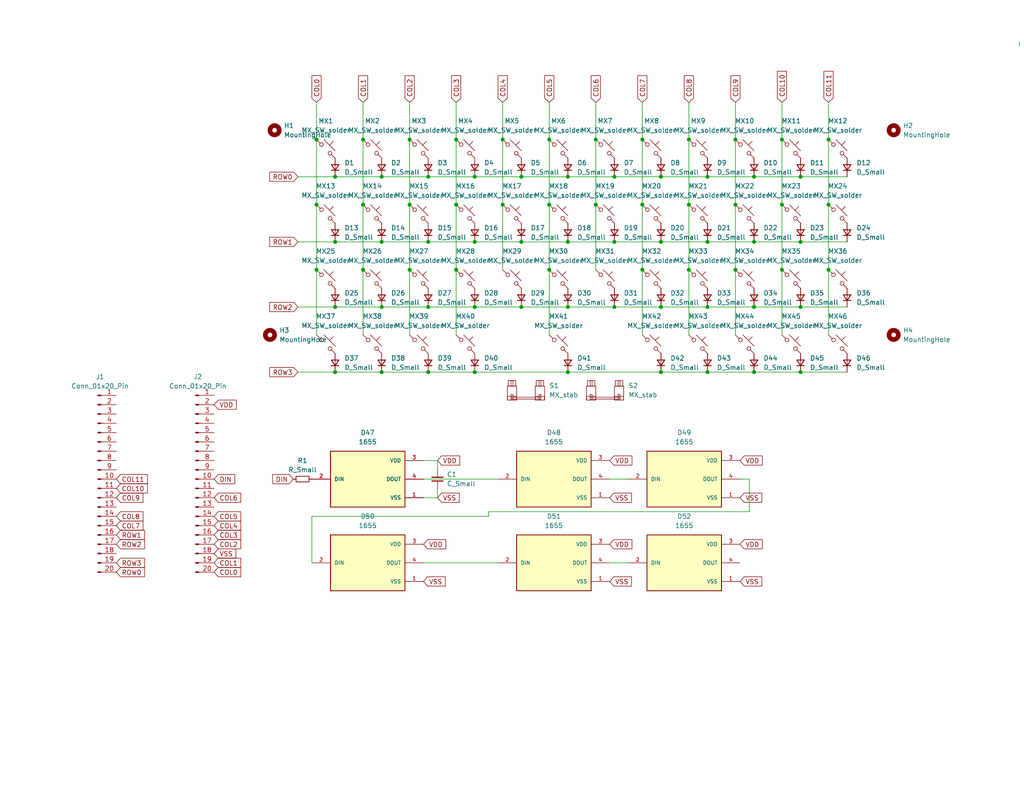
<source format=kicad_sch>
(kicad_sch (version 20230121) (generator eeschema)
  (paper "USLetter")
  (title_block (title "Haunted Keyboard") (date "10/19/2023") (rev "v1") (company "Jack And Steph's Workshop"))
  (junction (at 162.56 55.88))
  (junction (at 205.74 66.04))
  (junction (at 86.36 38.1))
  (junction (at 99.06 38.1))
  (junction (at 180.34 101.6))
  (junction (at 116.84 101.6))
  (junction (at 193.04 48.26))
  (junction (at 180.34 83.82))
  (junction (at 218.44 83.82))
  (junction (at 116.84 48.26))
  (junction (at 175.26 38.1))
  (junction (at 193.04 83.82))
  (junction (at 200.66 38.1))
  (junction (at 180.34 48.26))
  (junction (at 205.74 48.26))
  (junction (at 149.86 73.66))
  (junction (at 91.44 83.82))
  (junction (at 205.74 83.82))
  (junction (at 200.66 55.88))
  (junction (at 226.06 73.66))
  (junction (at 99.06 73.66))
  (junction (at 193.04 66.04))
  (junction (at 116.84 66.04))
  (junction (at 175.26 55.88))
  (junction (at 205.74 101.6))
  (junction (at 218.44 101.6))
  (junction (at 129.54 66.04))
  (junction (at 124.46 55.88))
  (junction (at 213.36 73.66))
  (junction (at 226.06 55.88))
  (junction (at 187.96 73.66))
  (junction (at 218.44 48.26))
  (junction (at 142.24 48.26))
  (junction (at 213.36 55.88))
  (junction (at 91.44 66.04))
  (junction (at 111.76 55.88))
  (junction (at 167.64 66.04))
  (junction (at 200.66 73.66))
  (junction (at 111.76 73.66))
  (junction (at 187.96 38.1))
  (junction (at 129.54 48.26))
  (junction (at 149.86 55.88))
  (junction (at 91.44 48.26))
  (junction (at 162.56 38.1))
  (junction (at 111.76 38.1))
  (junction (at 226.06 38.1))
  (junction (at 154.94 66.04))
  (junction (at 86.36 73.66))
  (junction (at 104.14 101.6))
  (junction (at 149.86 38.1))
  (junction (at 104.14 48.26))
  (junction (at 129.54 101.6))
  (junction (at 154.94 48.26))
  (junction (at 104.14 66.04))
  (junction (at 187.96 55.88))
  (junction (at 91.44 101.6))
  (junction (at 218.44 66.04))
  (junction (at 99.06 55.88))
  (junction (at 154.94 83.82))
  (junction (at 129.54 83.82))
  (junction (at 137.16 38.1))
  (junction (at 154.94 101.6))
  (junction (at 142.24 83.82))
  (junction (at 116.84 83.82))
  (junction (at 193.04 101.6))
  (junction (at 167.64 83.82))
  (junction (at 137.16 55.88))
  (junction (at 167.64 48.26))
  (junction (at 180.34 66.04))
  (junction (at 104.14 83.82))
  (junction (at 124.46 73.66))
  (junction (at 142.24 66.04))
  (junction (at 213.36 38.1))
  (junction (at 124.46 38.1))
  (junction (at 175.26 73.66))
  (junction (at 86.36 55.88))
  (wire (pts (xy 115.57 135.89) (xy 119.38 135.89)))
  (wire (pts (xy 116.84 66.04) (xy 129.54 66.04)))
  (wire (pts (xy 104.14 66.04) (xy 116.84 66.04)))
  (wire (pts (xy 218.44 48.26) (xy 231.14 48.26)))
  (wire (pts (xy 99.06 27.94) (xy 99.06 38.1)))
  (wire (pts (xy 201.93 130.81) (xy 204.47 130.81)))
  (wire (pts (xy 226.06 73.66) (xy 226.06 91.44)))
  (wire (pts (xy 111.76 73.66) (xy 111.76 91.44)))
  (wire (pts (xy 124.46 27.94) (xy 124.46 38.1)))
  (wire (pts (xy 180.34 66.04) (xy 193.04 66.04)))
  (wire (pts (xy 81.28 83.82) (xy 91.44 83.82)))
  (wire (pts (xy 111.76 27.94) (xy 111.76 38.1)))
  (wire (pts (xy 119.38 133.35) (xy 119.38 135.89)))
  (wire (pts (xy 218.44 101.6) (xy 231.14 101.6)))
  (wire (pts (xy 115.57 153.67) (xy 135.89 153.67)))
  (wire (pts (xy 86.36 27.94) (xy 86.36 38.1)))
  (wire (pts (xy 116.84 101.6) (xy 129.54 101.6)))
  (wire (pts (xy 91.44 83.82) (xy 104.14 83.82)))
  (wire (pts (xy 226.06 55.88) (xy 226.06 73.66)))
  (wire (pts (xy 149.86 38.1) (xy 149.86 55.88)))
  (wire (pts (xy 213.36 38.1) (xy 213.36 55.88)))
  (wire (pts (xy 142.24 66.04) (xy 154.94 66.04)))
  (wire (pts (xy 167.64 48.26) (xy 180.34 48.26)))
  (wire (pts (xy 180.34 101.6) (xy 193.04 101.6)))
  (wire (pts (xy 129.54 101.6) (xy 154.94 101.6)))
  (wire (pts (xy 278.13 11.43) (xy 278.13 12.7)))
  (wire (pts (xy 133.35 140.97) (xy 85.09 140.97)))
  (wire (pts (xy 119.38 125.73) (xy 119.38 128.27)))
  (wire (pts (xy 85.09 140.97) (xy 85.09 153.67)))
  (wire (pts (xy 99.06 73.66) (xy 99.06 91.44)))
  (wire (pts (xy 142.24 48.26) (xy 154.94 48.26)))
  (wire (pts (xy 137.16 27.94) (xy 137.16 38.1)))
  (wire (pts (xy 116.84 48.26) (xy 129.54 48.26)))
  (wire (pts (xy 200.66 73.66) (xy 200.66 91.44)))
  (wire (pts (xy 193.04 83.82) (xy 205.74 83.82)))
  (wire (pts (xy 86.36 55.88) (xy 86.36 73.66)))
  (wire (pts (xy 162.56 27.94) (xy 162.56 38.1)))
  (wire (pts (xy 226.06 27.94) (xy 226.06 38.1)))
  (wire (pts (xy 167.64 66.04) (xy 180.34 66.04)))
  (wire (pts (xy 213.36 27.94) (xy 213.36 38.1)))
  (wire (pts (xy 218.44 83.82) (xy 231.14 83.82)))
  (wire (pts (xy 129.54 48.26) (xy 142.24 48.26)))
  (wire (pts (xy 205.74 66.04) (xy 218.44 66.04)))
  (wire (pts (xy 180.34 48.26) (xy 193.04 48.26)))
  (wire (pts (xy 154.94 48.26) (xy 167.64 48.26)))
  (wire (pts (xy 111.76 55.88) (xy 111.76 73.66)))
  (wire (pts (xy 91.44 101.6) (xy 104.14 101.6)))
  (wire (pts (xy 115.57 130.81) (xy 135.89 130.81)))
  (wire (pts (xy 129.54 83.82) (xy 142.24 83.82)))
  (wire (pts (xy 226.06 38.1) (xy 226.06 55.88)))
  (wire (pts (xy 86.36 73.66) (xy 86.36 91.44)))
  (wire (pts (xy 142.24 83.82) (xy 154.94 83.82)))
  (wire (pts (xy 162.56 38.1) (xy 162.56 55.88)))
  (wire (pts (xy 200.66 55.88) (xy 200.66 73.66)))
  (wire (pts (xy 104.14 101.6) (xy 116.84 101.6)))
  (wire (pts (xy 180.34 83.82) (xy 193.04 83.82)))
  (wire (pts (xy 124.46 73.66) (xy 124.46 91.44)))
  (wire (pts (xy 104.14 83.82) (xy 116.84 83.82)))
  (wire (pts (xy 205.74 101.6) (xy 218.44 101.6)))
  (wire (pts (xy 111.76 38.1) (xy 111.76 55.88)))
  (wire (pts (xy 187.96 73.66) (xy 187.96 91.44)))
  (wire (pts (xy 175.26 55.88) (xy 175.26 73.66)))
  (wire (pts (xy 99.06 55.88) (xy 99.06 73.66)))
  (wire (pts (xy 91.44 66.04) (xy 104.14 66.04)))
  (wire (pts (xy 205.74 48.26) (xy 218.44 48.26)))
  (wire (pts (xy 149.86 55.88) (xy 149.86 73.66)))
  (wire (pts (xy 162.56 55.88) (xy 162.56 73.66)))
  (wire (pts (xy 91.44 48.26) (xy 104.14 48.26)))
  (wire (pts (xy 129.54 66.04) (xy 142.24 66.04)))
  (wire (pts (xy 116.84 83.82) (xy 129.54 83.82)))
  (wire (pts (xy 213.36 73.66) (xy 213.36 91.44)))
  (wire (pts (xy 137.16 38.1) (xy 137.16 55.88)))
  (wire (pts (xy 124.46 55.88) (xy 124.46 73.66)))
  (wire (pts (xy 204.47 139.7) (xy 133.35 139.7)))
  (wire (pts (xy 81.28 48.26) (xy 91.44 48.26)))
  (wire (pts (xy 81.28 66.04) (xy 91.44 66.04)))
  (wire (pts (xy 218.44 66.04) (xy 231.14 66.04)))
  (wire (pts (xy 167.64 83.82) (xy 180.34 83.82)))
  (wire (pts (xy 175.26 73.66) (xy 175.26 91.44)))
  (wire (pts (xy 86.36 38.1) (xy 86.36 55.88)))
  (wire (pts (xy 204.47 130.81) (xy 204.47 139.7)))
  (wire (pts (xy 99.06 38.1) (xy 99.06 55.88)))
  (wire (pts (xy 166.37 130.81) (xy 171.45 130.81)))
  (wire (pts (xy 205.74 83.82) (xy 218.44 83.82)))
  (wire (pts (xy 187.96 27.94) (xy 187.96 38.1)))
  (wire (pts (xy 166.37 153.67) (xy 171.45 153.67)))
  (wire (pts (xy 149.86 27.94) (xy 149.86 38.1)))
  (wire (pts (xy 193.04 101.6) (xy 205.74 101.6)))
  (wire (pts (xy 175.26 27.94) (xy 175.26 38.1)))
  (wire (pts (xy 154.94 66.04) (xy 167.64 66.04)))
  (wire (pts (xy 133.35 139.7) (xy 133.35 140.97)))
  (wire (pts (xy 149.86 73.66) (xy 149.86 91.44)))
  (wire (pts (xy 154.94 83.82) (xy 167.64 83.82)))
  (wire (pts (xy 193.04 66.04) (xy 205.74 66.04)))
  (wire (pts (xy 115.57 125.73) (xy 119.38 125.73)))
  (wire (pts (xy 104.14 48.26) (xy 116.84 48.26)))
  (wire (pts (xy 175.26 38.1) (xy 175.26 55.88)))
  (wire (pts (xy 200.66 38.1) (xy 200.66 55.88)))
  (wire (pts (xy 187.96 55.88) (xy 187.96 73.66)))
  (wire (pts (xy 81.28 101.6) (xy 91.44 101.6)))
  (wire (pts (xy 154.94 101.6) (xy 180.34 101.6)))
  (wire (pts (xy 213.36 55.88) (xy 213.36 73.66)))
  (wire (pts (xy 124.46 38.1) (xy 124.46 55.88)))
  (wire (pts (xy 137.16 55.88) (xy 137.16 73.66)))
  (wire (pts (xy 193.04 48.26) (xy 205.74 48.26)))
  (wire (pts (xy 187.96 38.1) (xy 187.96 55.88)))
  (wire (pts (xy 200.66 27.94) (xy 200.66 38.1)))
  (global_label "COL1" (shape input) (at 58.42 153.67 0) (property "Intersheetrefs" "${INTERSHEET_REFS}" (effects hide)))
  (global_label "COL11" (shape input) (at 31.75 130.81 0) (property "Intersheetrefs" "${INTERSHEET_REFS}" (effects hide)))
  (global_label "COL6" (shape input) (at 162.56 27.94 90) (property "Intersheetrefs" "${INTERSHEET_REFS}" (effects hide)))
  (global_label "COL1" (shape input) (at 99.06 27.94 90) (property "Intersheetrefs" "${INTERSHEET_REFS}" (effects hide)))
  (global_label "COL7" (shape input) (at 31.75 143.51 0) (property "Intersheetrefs" "${INTERSHEET_REFS}" (effects hide)))
  (global_label "ROW1" (shape input) (at 81.28 66.04 180) (property "Intersheetrefs" "${INTERSHEET_REFS}" (effects hide)))
  (global_label "VSS" (shape input) (at 115.57 158.75 0) (property "Intersheetrefs" "${INTERSHEET_REFS}" (effects hide)))
  (global_label "COL4" (shape input) (at 137.16 27.94 90) (property "Intersheetrefs" "${INTERSHEET_REFS}" (effects hide)))
  (global_label "VSS" (shape input) (at 119.38 135.89 0) (property "Intersheetrefs" "${INTERSHEET_REFS}" (effects hide)))
  (global_label "VSS" (shape input) (at 201.93 158.75 0) (property "Intersheetrefs" "${INTERSHEET_REFS}" (effects hide)))
  (global_label "VSS" (shape input) (at 166.37 158.75 0) (property "Intersheetrefs" "${INTERSHEET_REFS}" (effects hide)))
  (global_label "ROW3" (shape input) (at 81.28 101.6 180) (property "Intersheetrefs" "${INTERSHEET_REFS}" (effects hide)))
  (global_label "ROW0" (shape input) (at 81.28 48.26 180) (property "Intersheetrefs" "${INTERSHEET_REFS}" (effects hide)))
  (global_label "COL4" (shape input) (at 58.42 143.51 0) (property "Intersheetrefs" "${INTERSHEET_REFS}" (effects hide)))
  (global_label "DIN" (shape input) (at 58.42 130.81 0) (property "Intersheetrefs" "${INTERSHEET_REFS}" (effects hide)))
  (global_label "COL11" (shape input) (at 226.06 27.94 90) (property "Intersheetrefs" "${INTERSHEET_REFS}" (effects hide)))
  (global_label "COL0" (shape input) (at 58.42 156.21 0) (property "Intersheetrefs" "${INTERSHEET_REFS}" (effects hide)))
  (global_label "VDD" (shape input) (at 201.93 125.73 0) (property "Intersheetrefs" "${INTERSHEET_REFS}" (effects hide)))
  (global_label "COL8" (shape input) (at 31.75 140.97 0) (property "Intersheetrefs" "${INTERSHEET_REFS}" (effects hide)))
  (global_label "COL10" (shape input) (at 213.36 27.94 90) (property "Intersheetrefs" "${INTERSHEET_REFS}" (effects hide)))
  (global_label "VDD" (shape input) (at 201.93 148.59 0) (property "Intersheetrefs" "${INTERSHEET_REFS}" (effects hide)))
  (global_label "COL5" (shape input) (at 58.42 140.97 0) (property "Intersheetrefs" "${INTERSHEET_REFS}" (effects hide)))
  (global_label "VDD" (shape input) (at 166.37 125.73 0) (property "Intersheetrefs" "${INTERSHEET_REFS}" (effects hide)))
  (global_label "COL2" (shape input) (at 58.42 148.59 0) (property "Intersheetrefs" "${INTERSHEET_REFS}" (effects hide)))
  (global_label "COL8" (shape input) (at 187.96 27.94 90) (property "Intersheetrefs" "${INTERSHEET_REFS}" (effects hide)))
  (global_label "ROW3" (shape input) (at 31.75 153.67 0) (property "Intersheetrefs" "${INTERSHEET_REFS}" (effects hide)))
  (global_label "DIN" (shape input) (at 80.01 130.81 180) (property "Intersheetrefs" "${INTERSHEET_REFS}" (effects hide)))
  (global_label "ROW0" (shape input) (at 31.75 156.21 0) (property "Intersheetrefs" "${INTERSHEET_REFS}" (effects hide)))
  (global_label "VDD" (shape input) (at 166.37 148.59 0) (property "Intersheetrefs" "${INTERSHEET_REFS}" (effects hide)))
  (global_label "VSS" (shape input) (at 58.42 151.13 0) (property "Intersheetrefs" "${INTERSHEET_REFS}" (effects hide)))
  (global_label "COL3" (shape input) (at 124.46 27.94 90) (property "Intersheetrefs" "${INTERSHEET_REFS}" (effects hide)))
  (global_label "COL6" (shape input) (at 58.42 135.89 0) (property "Intersheetrefs" "${INTERSHEET_REFS}" (effects hide)))
  (global_label "VSS" (shape input) (at 201.93 135.89 0) (property "Intersheetrefs" "${INTERSHEET_REFS}" (effects hide)))
  (global_label "ROW1" (shape input) (at 31.75 146.05 0) (property "Intersheetrefs" "${INTERSHEET_REFS}" (effects hide)))
  (global_label "ROW2" (shape input) (at 31.75 148.59 0) (property "Intersheetrefs" "${INTERSHEET_REFS}" (effects hide)))
  (global_label "COL5" (shape input) (at 149.86 27.94 90) (property "Intersheetrefs" "${INTERSHEET_REFS}" (effects hide)))
  (global_label "COL3" (shape input) (at 58.42 146.05 0) (property "Intersheetrefs" "${INTERSHEET_REFS}" (effects hide)))
  (global_label "VDD" (shape input) (at 119.38 125.73 0) (property "Intersheetrefs" "${INTERSHEET_REFS}" (effects hide)))
  (global_label "VDD" (shape input) (at 115.57 148.59 0) (property "Intersheetrefs" "${INTERSHEET_REFS}" (effects hide)))
  (global_label "COL9" (shape input) (at 31.75 135.89 0) (property "Intersheetrefs" "${INTERSHEET_REFS}" (effects hide)))
  (global_label "COL2" (shape input) (at 111.76 27.94 90) (property "Intersheetrefs" "${INTERSHEET_REFS}" (effects hide)))
  (global_label "COL10" (shape input) (at 31.75 133.35 0) (property "Intersheetrefs" "${INTERSHEET_REFS}" (effects hide)))
  (global_label "VSS" (shape input) (at 166.37 135.89 0) (property "Intersheetrefs" "${INTERSHEET_REFS}" (effects hide)))
  (global_label "COL7" (shape input) (at 175.26 27.94 90) (property "Intersheetrefs" "${INTERSHEET_REFS}" (effects hide)))
  (global_label "ROW2" (shape input) (at 81.28 83.82 180) (property "Intersheetrefs" "${INTERSHEET_REFS}" (effects hide)))
  (global_label "COL9" (shape input) (at 200.66 27.94 90) (property "Intersheetrefs" "${INTERSHEET_REFS}" (effects hide)))
  (global_label "VDD" (shape input) (at 58.42 110.49 0) (property "Intersheetrefs" "${INTERSHEET_REFS}" (effects hide)))
  (global_label "COL0" (shape input) (at 86.36 27.94 90) (property "Intersheetrefs" "${INTERSHEET_REFS}" (effects hide)))
  (symbol (lib_id "PCM_marbastlib-mx:MX_SW_solder") (at 215.9 93.98 0) (unit 1)
    (property "Reference" "MX45" (at 215.9 86.36 0))
    (property "Value" "MX_SW_solder" (at 215.9 88.9 0))
    (property "Footprint" "kiswitch:SW_Cherry_MX_Plate_1.00u" (effects hide))
  )
  (symbol (lib_id "PCM_marbastlib-mx:MX_SW_solder") (at 127 58.42 0) (unit 1)
    (property "Reference" "MX16" (at 127 50.8 0))
    (property "Value" "MX_SW_solder" (at 127 53.34 0))
    (property "Footprint" "kiswitch:SW_Cherry_MX_Plate_1.00u" (effects hide))
  )
  (symbol (lib_id "Device:D_Small") (at 231.14 45.72 90) (unit 1)
    (property "Reference" "D12" (at 233.68 44.45 90) (effects (justify right)))
    (property "Value" "D_Small" (at 233.68 46.99 90) (effects (justify right)))
    (property "Footprint" "Diode_SMD:D_SOD-123" (effects hide))
    (property "Sim.Device" "D" (effects hide))
    (property "Sim.Pins" "1=K 2=A" (effects hide))
    (property "LCSC" "C81598" (effects hide))
  )
  (symbol (lib_id "PCM_marbastlib-mx:MX_SW_solder") (at 215.9 58.42 0) (unit 1)
    (property "Reference" "MX23" (at 215.9 50.8 0))
    (property "Value" "MX_SW_solder" (at 215.9 53.34 0))
    (property "Footprint" "kiswitch:SW_Cherry_MX_Plate_1.00u" (effects hide))
  )
  (symbol (lib_id "PCM_marbastlib-mx:MX_SW_solder") (at 114.3 58.42 0) (unit 1)
    (property "Reference" "MX15" (at 114.3 50.8 0))
    (property "Value" "MX_SW_solder" (at 114.3 53.34 0))
    (property "Footprint" "kiswitch:SW_Cherry_MX_Plate_1.00u" (effects hide))
  )
  (symbol (lib_id "PCM_marbastlib-mx:MX_SW_solder") (at 152.4 76.2 0) (unit 1)
    (property "Reference" "MX30" (at 152.4 68.58 0))
    (property "Value" "MX_SW_solder" (at 152.4 71.12 0))
    (property "Footprint" "kiswitch:SW_Cherry_MX_Plate_1.00u" (effects hide))
  )
  (symbol (lib_id "Device:D_Small") (at 193.04 99.06 90) (unit 1)
    (property "Reference" "D43" (at 195.58 97.79 90) (effects (justify right)))
    (property "Value" "D_Small" (at 195.58 100.33 90) (effects (justify right)))
    (property "Footprint" "Diode_SMD:D_SOD-123" (effects hide))
    (property "Sim.Device" "D" (effects hide))
    (property "Sim.Pins" "1=K 2=A" (effects hide))
    (property "LCSC" "C81598" (effects hide))
  )
  (symbol (lib_id "PCM_marbastlib-mx:MX_SW_solder") (at 127 76.2 0) (unit 1)
    (property "Reference" "MX28" (at 127 68.58 0))
    (property "Value" "MX_SW_solder" (at 127 71.12 0))
    (property "Footprint" "kiswitch:SW_Cherry_MX_Plate_1.00u" (effects hide))
  )
  (symbol (lib_id "PCM_marbastlib-mx:MX_SW_solder") (at 228.6 93.98 0) (unit 1)
    (property "Reference" "MX46" (at 228.6 86.36 0))
    (property "Value" "MX_SW_solder" (at 228.6 88.9 0))
    (property "Footprint" "kiswitch:SW_Cherry_MX_Plate_1.00u" (effects hide))
  )
  (symbol (lib_id "PCM_marbastlib-mx:MX_SW_solder") (at 165.1 40.64 0) (unit 1)
    (property "Reference" "MX7" (at 165.1 33.02 0))
    (property "Value" "MX_SW_solder" (at 165.1 35.56 0))
    (property "Footprint" "kiswitch:SW_Cherry_MX_Plate_1.00u" (effects hide))
  )
  (symbol (lib_id "1655:1655") (at 186.69 130.81 0) (unit 1)
    (property "Reference" "D49" (at 186.69 118.11 0))
    (property "Value" "1655" (at 186.69 120.65 0))
    (property "Footprint" "1655:LED_1655" (effects hide))
    (property "MF" "Adafruit" (effects hide))
    (property "MAXIMUM_PACKAGE_HEIGHT" "1.6 mm" (effects hide))
    (property "Package" "Adafruit" (effects hide))
    (property "Price" "None" (effects hide))
    (property "Check_prices" "https://www.snapeda.com/parts/1655/Adafruit+Industries+LLC/view-part/?ref=eda" (effects hide))
    (property "STANDARD" "Manufacturer recommendations" (effects hide))
    (property "PARTREV" "01" (effects hide))
    (property "SnapEDA_Link" "https://www.snapeda.com/parts/1655/Adafruit+Industries+LLC/view-part/?ref=snap" (effects hide))
    (property "MP" "1655" (effects hide))
    (property "Description" "\nAddressable Lighting Neopixel 10 LED Discrete Serial (Shift Register) Red, Green, Blue (RGB) 5.00mm L x 5.00mm W\n" (effects hide))
    (property "Availability" "In Stock" (effects hide))
    (property "MANUFACTURER" "Adafruit Industries" (effects hide))
  )
  (symbol (lib_id "PCM_marbastlib-mx:MX_SW_solder") (at 215.9 40.64 0) (unit 1)
    (property "Reference" "MX11" (at 215.9 33.02 0))
    (property "Value" "MX_SW_solder" (at 215.9 35.56 0))
    (property "Footprint" "kiswitch:SW_Cherry_MX_Plate_1.00u" (effects hide))
  )
  (symbol (lib_id "1655:1655") (at 100.33 130.81 0) (unit 1)
    (property "Reference" "D47" (at 100.33 118.11 0))
    (property "Value" "1655" (at 100.33 120.65 0))
    (property "Footprint" "1655:LED_1655" (effects hide))
    (property "MF" "Adafruit" (effects hide))
    (property "MAXIMUM_PACKAGE_HEIGHT" "1.6 mm" (effects hide))
    (property "Package" "Adafruit" (effects hide))
    (property "Price" "None" (effects hide))
    (property "Check_prices" "https://www.snapeda.com/parts/1655/Adafruit+Industries+LLC/view-part/?ref=eda" (effects hide))
    (property "STANDARD" "Manufacturer recommendations" (effects hide))
    (property "PARTREV" "01" (effects hide))
    (property "SnapEDA_Link" "https://www.snapeda.com/parts/1655/Adafruit+Industries+LLC/view-part/?ref=snap" (effects hide))
    (property "MP" "1655" (effects hide))
    (property "Description" "\nAddressable Lighting Neopixel 10 LED Discrete Serial (Shift Register) Red, Green, Blue (RGB) 5.00mm L x 5.00mm W\n" (effects hide))
    (property "Availability" "In Stock" (effects hide))
    (property "MANUFACTURER" "Adafruit Industries" (effects hide))
  )
  (symbol (lib_id "PCM_marbastlib-mx:MX_SW_solder") (at 152.4 93.98 0) (unit 1)
    (property "Reference" "MX41" (at 152.4 86.36 0))
    (property "Value" "MX_SW_solder" (at 152.4 88.9 0))
    (property "Footprint" "kiswitch:SW_Cherry_MX_Plate_1.00u" (effects hide))
  )
  (symbol (lib_id "Device:D_Small") (at 104.14 81.28 90) (unit 1)
    (property "Reference" "D26" (at 106.68 80.01 90) (effects (justify right)))
    (property "Value" "D_Small" (at 106.68 82.55 90) (effects (justify right)))
    (property "Footprint" "Diode_SMD:D_SOD-123" (effects hide))
    (property "Sim.Device" "D" (effects hide))
    (property "Sim.Pins" "1=K 2=A" (effects hide))
    (property "LCSC" "C81598" (effects hide))
  )
  (symbol (lib_id "PCM_marbastlib-mx:MX_SW_solder") (at 127 93.98 0) (unit 1)
    (property "Reference" "MX40" (at 127 86.36 0))
    (property "Value" "MX_SW_solder" (at 127 88.9 0))
    (property "Footprint" "kiswitch:SW_Cherry_MX_Plate_1.00u" (effects hide))
  )
  (symbol (lib_id "Device:D_Small") (at 205.74 99.06 90) (unit 1)
    (property "Reference" "D44" (at 208.28 97.79 90) (effects (justify right)))
    (property "Value" "D_Small" (at 208.28 100.33 90) (effects (justify right)))
    (property "Footprint" "Diode_SMD:D_SOD-123" (effects hide))
    (property "Sim.Device" "D" (effects hide))
    (property "Sim.Pins" "1=K 2=A" (effects hide))
    (property "LCSC" "C81598" (effects hide))
  )
  (symbol (lib_id "Device:D_Small") (at 231.14 63.5 90) (unit 1)
    (property "Reference" "D24" (at 233.68 62.23 90) (effects (justify right)))
    (property "Value" "D_Small" (at 233.68 64.77 90) (effects (justify right)))
    (property "Footprint" "Diode_SMD:D_SOD-123" (effects hide))
    (property "Sim.Device" "D" (effects hide))
    (property "Sim.Pins" "1=K 2=A" (effects hide))
    (property "LCSC" "C81598" (effects hide))
  )
  (symbol (lib_id "PCM_marbastlib-mx:MX_SW_solder") (at 228.6 58.42 0) (unit 1)
    (property "Reference" "MX24" (at 228.6 50.8 0))
    (property "Value" "MX_SW_solder" (at 228.6 53.34 0))
    (property "Footprint" "kiswitch:SW_Cherry_MX_Plate_1.25u" (effects hide))
  )
  (symbol (lib_id "Mechanical:MountingHole") (at 243.84 91.44 0) (unit 1)
    (property "Reference" "H4" (at 246.38 90.17 0) (effects (justify left)))
    (property "Value" "MountingHole" (at 246.38 92.71 0) (effects (justify left)))
    (property "Footprint" "MountingHole:MountingHole_3.2mm_M3" (effects hide))
  )
  (symbol (lib_id "Device:D_Small") (at 193.04 81.28 90) (unit 1)
    (property "Reference" "D33" (at 195.58 80.01 90) (effects (justify right)))
    (property "Value" "D_Small" (at 195.58 82.55 90) (effects (justify right)))
    (property "Footprint" "Diode_SMD:D_SOD-123" (effects hide))
    (property "Sim.Device" "D" (effects hide))
    (property "Sim.Pins" "1=K 2=A" (effects hide))
    (property "LCSC" "C81598" (effects hide))
  )
  (symbol (lib_id "Device:D_Small") (at 167.64 45.72 90) (unit 1)
    (property "Reference" "D7" (at 170.18 44.45 90) (effects (justify right)))
    (property "Value" "D_Small" (at 170.18 46.99 90) (effects (justify right)))
    (property "Footprint" "Diode_SMD:D_SOD-123" (effects hide))
    (property "Sim.Device" "D" (effects hide))
    (property "Sim.Pins" "1=K 2=A" (effects hide))
    (property "LCSC" "C81598" (effects hide))
  )
  (symbol (lib_id "PCM_marbastlib-mx:MX_SW_solder") (at 215.9 76.2 0) (unit 1)
    (property "Reference" "MX35" (at 215.9 68.58 0))
    (property "Value" "MX_SW_solder" (at 215.9 71.12 0))
    (property "Footprint" "kiswitch:SW_Cherry_MX_Plate_1.00u" (effects hide))
  )
  (symbol (lib_id "Device:D_Small") (at 129.54 99.06 90) (unit 1)
    (property "Reference" "D40" (at 132.08 97.79 90) (effects (justify right)))
    (property "Value" "D_Small" (at 132.08 100.33 90) (effects (justify right)))
    (property "Footprint" "Diode_SMD:D_SOD-123" (effects hide))
    (property "Sim.Device" "D" (effects hide))
    (property "Sim.Pins" "1=K 2=A" (effects hide))
    (property "LCSC" "C81598" (effects hide))
  )
  (symbol (lib_id "Device:D_Small") (at 91.44 63.5 90) (unit 1)
    (property "Reference" "D13" (at 93.98 62.23 90) (effects (justify right)))
    (property "Value" "D_Small" (at 93.98 64.77 90) (effects (justify right)))
    (property "Footprint" "Diode_SMD:D_SOD-123" (effects hide))
    (property "Sim.Device" "D" (effects hide))
    (property "Sim.Pins" "1=K 2=A" (effects hide))
    (property "LCSC" "C81598" (effects hide))
  )
  (symbol (lib_id "PCM_marbastlib-mx:MX_SW_solder") (at 177.8 76.2 0) (unit 1)
    (property "Reference" "MX32" (at 177.8 68.58 0))
    (property "Value" "MX_SW_solder" (at 177.8 71.12 0))
    (property "Footprint" "kiswitch:SW_Cherry_MX_Plate_1.00u" (effects hide))
  )
  (symbol (lib_id "PCM_marbastlib-mx:MX_SW_solder") (at 190.5 58.42 0) (unit 1)
    (property "Reference" "MX21" (at 190.5 50.8 0))
    (property "Value" "MX_SW_solder" (at 190.5 53.34 0))
    (property "Footprint" "kiswitch:SW_Cherry_MX_Plate_1.00u" (effects hide))
  )
  (symbol (lib_id "1655:1655") (at 186.69 153.67 0) (unit 1)
    (property "Reference" "D52" (at 186.69 140.97 0))
    (property "Value" "1655" (at 186.69 143.51 0))
    (property "Footprint" "1655:LED_1655" (effects hide))
    (property "MF" "Adafruit" (effects hide))
    (property "MAXIMUM_PACKAGE_HEIGHT" "1.6 mm" (effects hide))
    (property "Package" "Adafruit" (effects hide))
    (property "Price" "None" (effects hide))
    (property "Check_prices" "https://www.snapeda.com/parts/1655/Adafruit+Industries+LLC/view-part/?ref=eda" (effects hide))
    (property "STANDARD" "Manufacturer recommendations" (effects hide))
    (property "PARTREV" "01" (effects hide))
    (property "SnapEDA_Link" "https://www.snapeda.com/parts/1655/Adafruit+Industries+LLC/view-part/?ref=snap" (effects hide))
    (property "MP" "1655" (effects hide))
    (property "Description" "\nAddressable Lighting Neopixel 10 LED Discrete Serial (Shift Register) Red, Green, Blue (RGB) 5.00mm L x 5.00mm W\n" (effects hide))
    (property "Availability" "In Stock" (effects hide))
    (property "MANUFACTURER" "Adafruit Industries" (effects hide))
  )
  (symbol (lib_id "PCM_marbastlib-mx:MX_SW_solder") (at 88.9 93.98 0) (unit 1)
    (property "Reference" "MX37" (at 88.9 86.36 0))
    (property "Value" "MX_SW_solder" (at 88.9 88.9 0))
    (property "Footprint" "kiswitch:SW_Cherry_MX_Plate_1.25u" (effects hide))
  )
  (symbol (lib_id "Device:D_Small") (at 180.34 99.06 90) (unit 1)
    (property "Reference" "D42" (at 182.88 97.79 90) (effects (justify right)))
    (property "Value" "D_Small" (at 182.88 100.33 90) (effects (justify right)))
    (property "Footprint" "Diode_SMD:D_SOD-123" (effects hide))
    (property "Sim.Device" "D" (effects hide))
    (property "Sim.Pins" "1=K 2=A" (effects hide))
    (property "LCSC" "C81598" (effects hide))
  )
  (symbol (lib_id "PCM_marbastlib-mx:MX_SW_solder") (at 152.4 58.42 0) (unit 1)
    (property "Reference" "MX18" (at 152.4 50.8 0))
    (property "Value" "MX_SW_solder" (at 152.4 53.34 0))
    (property "Footprint" "kiswitch:SW_Cherry_MX_Plate_1.00u" (effects hide))
  )
  (symbol (lib_id "Device:D_Small") (at 104.14 45.72 90) (unit 1)
    (property "Reference" "D2" (at 106.68 44.45 90) (effects (justify right)))
    (property "Value" "D_Small" (at 106.68 46.99 90) (effects (justify right)))
    (property "Footprint" "Diode_SMD:D_SOD-123" (effects hide))
    (property "Sim.Device" "D" (effects hide))
    (property "Sim.Pins" "1=K 2=A" (effects hide))
    (property "LCSC" "C81598" (effects hide))
  )
  (symbol (lib_id "Device:D_Small") (at 116.84 81.28 90) (unit 1)
    (property "Reference" "D27" (at 119.38 80.01 90) (effects (justify right)))
    (property "Value" "D_Small" (at 119.38 82.55 90) (effects (justify right)))
    (property "Footprint" "Diode_SMD:D_SOD-123" (effects hide))
    (property "Sim.Device" "D" (effects hide))
    (property "Sim.Pins" "1=K 2=A" (effects hide))
    (property "LCSC" "C81598" (effects hide))
  )
  (symbol (lib_id "PCM_marbastlib-mx:MX_SW_solder") (at 203.2 40.64 0) (unit 1)
    (property "Reference" "MX10" (at 203.2 33.02 0))
    (property "Value" "MX_SW_solder" (at 203.2 35.56 0))
    (property "Footprint" "kiswitch:SW_Cherry_MX_Plate_1.00u" (effects hide))
  )
  (symbol (lib_id "PCM_marbastlib-mx:MX_SW_solder") (at 114.3 76.2 0) (unit 1)
    (property "Reference" "MX27" (at 114.3 68.58 0))
    (property "Value" "MX_SW_solder" (at 114.3 71.12 0))
    (property "Footprint" "kiswitch:SW_Cherry_MX_Plate_1.00u" (effects hide))
  )
  (symbol (lib_id "PCM_marbastlib-mx:MX_SW_solder") (at 190.5 76.2 0) (unit 1)
    (property "Reference" "MX33" (at 190.5 68.58 0))
    (property "Value" "MX_SW_solder" (at 190.5 71.12 0))
    (property "Footprint" "kiswitch:SW_Cherry_MX_Plate_1.00u" (effects hide))
  )
  (symbol (lib_id "PCM_marbastlib-mx:MX_SW_solder") (at 88.9 76.2 0) (unit 1)
    (property "Reference" "MX25" (at 88.9 68.58 0))
    (property "Value" "MX_SW_solder" (at 88.9 71.12 0))
    (property "Footprint" "kiswitch:SW_Cherry_MX_Plate_1.75u" (effects hide))
  )
  (symbol (lib_id "1655:1655") (at 151.13 153.67 0) (unit 1)
    (property "Reference" "D51" (at 151.13 140.97 0))
    (property "Value" "1655" (at 151.13 143.51 0))
    (property "Footprint" "1655:LED_1655" (effects hide))
    (property "MF" "Adafruit" (effects hide))
    (property "MAXIMUM_PACKAGE_HEIGHT" "1.6 mm" (effects hide))
    (property "Package" "Adafruit" (effects hide))
    (property "Price" "None" (effects hide))
    (property "Check_prices" "https://www.snapeda.com/parts/1655/Adafruit+Industries+LLC/view-part/?ref=eda" (effects hide))
    (property "STANDARD" "Manufacturer recommendations" (effects hide))
    (property "PARTREV" "01" (effects hide))
    (property "SnapEDA_Link" "https://www.snapeda.com/parts/1655/Adafruit+Industries+LLC/view-part/?ref=snap" (effects hide))
    (property "MP" "1655" (effects hide))
    (property "Description" "\nAddressable Lighting Neopixel 10 LED Discrete Serial (Shift Register) Red, Green, Blue (RGB) 5.00mm L x 5.00mm W\n" (effects hide))
    (property "Availability" "In Stock" (effects hide))
    (property "MANUFACTURER" "Adafruit Industries" (effects hide))
  )
  (symbol (lib_id "Device:D_Small") (at 218.44 63.5 90) (unit 1)
    (property "Reference" "D23" (at 220.98 62.23 90) (effects (justify right)))
    (property "Value" "D_Small" (at 220.98 64.77 90) (effects (justify right)))
    (property "Footprint" "Diode_SMD:D_SOD-123" (effects hide))
    (property "Sim.Device" "D" (effects hide))
    (property "Sim.Pins" "1=K 2=A" (effects hide))
    (property "LCSC" "C81598" (effects hide))
  )
  (symbol (lib_id "Device:D_Small") (at 167.64 81.28 90) (unit 1)
    (property "Reference" "D31" (at 170.18 80.01 90) (effects (justify right)))
    (property "Value" "D_Small" (at 170.18 82.55 90) (effects (justify right)))
    (property "Footprint" "Diode_SMD:D_SOD-123" (effects hide))
    (property "Sim.Device" "D" (effects hide))
    (property "Sim.Pins" "1=K 2=A" (effects hide))
    (property "LCSC" "C81598" (effects hide))
  )
  (symbol (lib_id "PCM_marbastlib-mx:MX_SW_solder") (at 127 40.64 0) (unit 1)
    (property "Reference" "MX4" (at 127 33.02 0))
    (property "Value" "MX_SW_solder" (at 127 35.56 0))
    (property "Footprint" "kiswitch:SW_Cherry_MX_Plate_1.00u" (effects hide))
  )
  (symbol (lib_id "Device:D_Small") (at 180.34 63.5 90) (unit 1)
    (property "Reference" "D20" (at 182.88 62.23 90) (effects (justify right)))
    (property "Value" "D_Small" (at 182.88 64.77 90) (effects (justify right)))
    (property "Footprint" "Diode_SMD:D_SOD-123" (effects hide))
    (property "Sim.Device" "D" (effects hide))
    (property "Sim.Pins" "1=K 2=A" (effects hide))
    (property "LCSC" "C81598" (effects hide))
  )
  (symbol (lib_id "Device:D_Small") (at 116.84 99.06 90) (unit 1)
    (property "Reference" "D39" (at 119.38 97.79 90) (effects (justify right)))
    (property "Value" "D_Small" (at 119.38 100.33 90) (effects (justify right)))
    (property "Footprint" "Diode_SMD:D_SOD-123" (effects hide))
    (property "Sim.Device" "D" (effects hide))
    (property "Sim.Pins" "1=K 2=A" (effects hide))
    (property "LCSC" "C81598" (effects hide))
  )
  (symbol (lib_id "Device:D_Small") (at 91.44 99.06 90) (unit 1)
    (property "Reference" "D37" (at 93.98 97.79 90) (effects (justify right)))
    (property "Value" "D_Small" (at 93.98 100.33 90) (effects (justify right)))
    (property "Footprint" "Diode_SMD:D_SOD-123" (effects hide))
    (property "Sim.Device" "D" (effects hide))
    (property "Sim.Pins" "1=K 2=A" (effects hide))
    (property "LCSC" "C81598" (effects hide))
  )
  (symbol (lib_id "Device:D_Small") (at 142.24 63.5 90) (unit 1)
    (property "Reference" "D17" (at 144.78 62.23 90) (effects (justify right)))
    (property "Value" "D_Small" (at 144.78 64.77 90) (effects (justify right)))
    (property "Footprint" "Diode_SMD:D_SOD-123" (effects hide))
    (property "Sim.Device" "D" (effects hide))
    (property "Sim.Pins" "1=K 2=A" (effects hide))
    (property "LCSC" "C81598" (effects hide))
  )
  (symbol (lib_id "Device:D_Small") (at 218.44 45.72 90) (unit 1)
    (property "Reference" "D11" (at 220.98 44.45 90) (effects (justify right)))
    (property "Value" "D_Small" (at 220.98 46.99 90) (effects (justify right)))
    (property "Footprint" "Diode_SMD:D_SOD-123" (effects hide))
    (property "Sim.Device" "D" (effects hide))
    (property "Sim.Pins" "1=K 2=A" (effects hide))
    (property "LCSC" "C81598" (effects hide))
  )
  (symbol (lib_id "PCM_marbastlib-mx:MX_SW_solder") (at 101.6 93.98 0) (unit 1)
    (property "Reference" "MX38" (at 101.6 86.36 0))
    (property "Value" "MX_SW_solder" (at 101.6 88.9 0))
    (property "Footprint" "kiswitch:SW_Cherry_MX_Plate_1.25u" (effects hide))
  )
  (symbol (lib_id "Mechanical:MountingHole") (at 74.93 35.56 0) (unit 1)
    (property "Reference" "H1" (at 77.47 34.29 0) (effects (justify left)))
    (property "Value" "MountingHole" (at 77.47 36.83 0) (effects (justify left)))
    (property "Footprint" "MountingHole:MountingHole_3.2mm_M3" (effects hide))
  )
  (symbol (lib_id "Device:D_Small") (at 116.84 45.72 90) (unit 1)
    (property "Reference" "D3" (at 119.38 44.45 90) (effects (justify right)))
    (property "Value" "D_Small" (at 119.38 46.99 90) (effects (justify right)))
    (property "Footprint" "Diode_SMD:D_SOD-123" (effects hide))
    (property "Sim.Device" "D" (effects hide))
    (property "Sim.Pins" "1=K 2=A" (effects hide))
    (property "LCSC" "C81598" (effects hide))
  )
  (symbol (lib_id "Device:D_Small") (at 154.94 81.28 90) (unit 1)
    (property "Reference" "D30" (at 157.48 80.01 90) (effects (justify right)))
    (property "Value" "D_Small" (at 157.48 82.55 90) (effects (justify right)))
    (property "Footprint" "Diode_SMD:D_SOD-123" (effects hide))
    (property "Sim.Device" "D" (effects hide))
    (property "Sim.Pins" "1=K 2=A" (effects hide))
    (property "LCSC" "C81598" (effects hide))
  )
  (symbol (lib_id "Device:D_Small") (at 205.74 45.72 90) (unit 1)
    (property "Reference" "D10" (at 208.28 44.45 90) (effects (justify right)))
    (property "Value" "D_Small" (at 208.28 46.99 90) (effects (justify right)))
    (property "Footprint" "Diode_SMD:D_SOD-123" (effects hide))
    (property "Sim.Device" "D" (effects hide))
    (property "Sim.Pins" "1=K 2=A" (effects hide))
    (property "LCSC" "C81598" (effects hide))
  )
  (symbol (lib_id "Device:D_Small") (at 231.14 99.06 90) (unit 1)
    (property "Reference" "D46" (at 233.68 97.79 90) (effects (justify right)))
    (property "Value" "D_Small" (at 233.68 100.33 90) (effects (justify right)))
    (property "Footprint" "Diode_SMD:D_SOD-123" (effects hide))
    (property "Sim.Device" "D" (effects hide))
    (property "Sim.Pins" "1=K 2=A" (effects hide))
    (property "LCSC" "C81598" (effects hide))
  )
  (symbol (lib_id "PCM_marbastlib-mx:MX_SW_solder") (at 203.2 93.98 0) (unit 1)
    (property "Reference" "MX44" (at 203.2 86.36 0))
    (property "Value" "MX_SW_solder" (at 203.2 88.9 0))
    (property "Footprint" "kiswitch:SW_Cherry_MX_Plate_1.00u" (effects hide))
  )
  (symbol (lib_id "PCM_marbastlib-mx:MX_SW_solder") (at 228.6 40.64 0) (unit 1)
    (property "Reference" "MX12" (at 228.6 33.02 0))
    (property "Value" "MX_SW_solder" (at 228.6 35.56 0))
    (property "Footprint" "kiswitch:SW_Cherry_MX_Plate_1.75u" (effects hide))
  )
  (symbol (lib_id "PCM_marbastlib-mx:MX_SW_solder") (at 101.6 40.64 0) (unit 1)
    (property "Reference" "MX2" (at 101.6 33.02 0))
    (property "Value" "MX_SW_solder" (at 101.6 35.56 0))
    (property "Footprint" "kiswitch:SW_Cherry_MX_Plate_1.00u" (effects hide))
  )
  (symbol (lib_id "PCM_marbastlib-mx:MX_SW_solder") (at 177.8 93.98 0) (unit 1)
    (property "Reference" "MX42" (at 177.8 86.36 0))
    (property "Value" "MX_SW_solder" (at 177.8 88.9 0))
    (property "Footprint" "kiswitch:SW_Cherry_MX_Plate_1.00u" (effects hide))
  )
  (symbol (lib_id "Device:D_Small") (at 154.94 45.72 90) (unit 1)
    (property "Reference" "D6" (at 157.48 44.45 90) (effects (justify right)))
    (property "Value" "D_Small" (at 157.48 46.99 90) (effects (justify right)))
    (property "Footprint" "Diode_SMD:D_SOD-123" (effects hide))
    (property "Sim.Device" "D" (effects hide))
    (property "Sim.Pins" "1=K 2=A" (effects hide))
    (property "LCSC" "C81598" (effects hide))
  )
  (symbol (lib_id "PCM_marbastlib-mx:MX_SW_solder") (at 165.1 58.42 0) (unit 1)
    (property "Reference" "MX19" (at 165.1 50.8 0))
    (property "Value" "MX_SW_solder" (at 165.1 53.34 0))
    (property "Footprint" "kiswitch:SW_Cherry_MX_Plate_1.00u" (effects hide))
  )
  (symbol (lib_id "PCM_marbastlib-mx:MX_SW_solder") (at 177.8 58.42 0) (unit 1)
    (property "Reference" "MX20" (at 177.8 50.8 0))
    (property "Value" "MX_SW_solder" (at 177.8 53.34 0))
    (property "Footprint" "kiswitch:SW_Cherry_MX_Plate_1.00u" (effects hide))
  )
  (symbol (lib_id "PCM_marbastlib-mx:MX_SW_solder") (at 101.6 58.42 0) (unit 1)
    (property "Reference" "MX14" (at 101.6 50.8 0))
    (property "Value" "MX_SW_solder" (at 101.6 53.34 0))
    (property "Footprint" "kiswitch:SW_Cherry_MX_Plate_1.00u" (effects hide))
  )
  (symbol (lib_id "PCM_marbastlib-mx:MX_SW_solder") (at 203.2 76.2 0) (unit 1)
    (property "Reference" "MX34" (at 203.2 68.58 0))
    (property "Value" "MX_SW_solder" (at 203.2 71.12 0))
    (property "Footprint" "kiswitch:SW_Cherry_MX_Plate_1.00u" (effects hide))
  )
  (symbol (lib_id "PCM_marbastlib-mx:MX_stab") (at 143.51 106.68 0) (unit 1)
    (property "Reference" "S1" (at 149.86 105.283 0) (effects (justify left)))
    (property "Value" "MX_stab" (at 149.86 107.823 0) (effects (justify left)))
    (property "Footprint" "PCM_marbastlib-mx:STAB_MX_P_2u" (effects hide))
  )
  (symbol (lib_id "Device:D_Small") (at 218.44 99.06 90) (unit 1)
    (property "Reference" "D45" (at 220.98 97.79 90) (effects (justify right)))
    (property "Value" "D_Small" (at 220.98 100.33 90) (effects (justify right)))
    (property "Footprint" "Diode_SMD:D_SOD-123" (effects hide))
    (property "Sim.Device" "D" (effects hide))
    (property "Sim.Pins" "1=K 2=A" (effects hide))
    (property "LCSC" "C81598" (effects hide))
  )
  (symbol (lib_id "Device:R_Small") (at 82.55 130.81 90) (unit 1)
    (property "Reference" "R1" (at 82.55 125.73 90))
    (property "Value" "R_Small" (at 82.55 128.27 90))
    (property "Footprint" "Resistor_SMD:R_0603_1608Metric" (effects hide))
    (property "LCSC" "C4184" (effects hide))
  )
  (symbol (lib_id "Device:D_Small") (at 129.54 81.28 90) (unit 1)
    (property "Reference" "D28" (at 132.08 80.01 90) (effects (justify right)))
    (property "Value" "D_Small" (at 132.08 82.55 90) (effects (justify right)))
    (property "Footprint" "Diode_SMD:D_SOD-123" (effects hide))
    (property "Sim.Device" "D" (effects hide))
    (property "Sim.Pins" "1=K 2=A" (effects hide))
    (property "LCSC" "C81598" (effects hide))
  )
  (symbol (lib_id "Device:D_Small") (at 116.84 63.5 90) (unit 1)
    (property "Reference" "D15" (at 119.38 62.23 90) (effects (justify right)))
    (property "Value" "D_Small" (at 119.38 64.77 90) (effects (justify right)))
    (property "Footprint" "Diode_SMD:D_SOD-123" (effects hide))
    (property "Sim.Device" "D" (effects hide))
    (property "Sim.Pins" "1=K 2=A" (effects hide))
    (property "LCSC" "C81598" (effects hide))
  )
  (symbol (lib_id "PCM_marbastlib-mx:MX_SW_solder") (at 190.5 40.64 0) (unit 1)
    (property "Reference" "MX9" (at 190.5 33.02 0))
    (property "Value" "MX_SW_solder" (at 190.5 35.56 0))
    (property "Footprint" "kiswitch:SW_Cherry_MX_Plate_1.00u" (effects hide))
  )
  (symbol (lib_id "PCM_marbastlib-mx:MX_SW_solder") (at 88.9 40.64 0) (unit 1)
    (property "Reference" "MX1" (at 88.9 33.02 0))
    (property "Value" "MX_SW_solder" (at 88.9 35.56 0))
    (property "Footprint" "kiswitch:SW_Cherry_MX_Plate_1.00u" (effects hide))
  )
  (symbol (lib_id "Device:D_Small") (at 129.54 45.72 90) (unit 1)
    (property "Reference" "D4" (at 132.08 44.45 90) (effects (justify right)))
    (property "Value" "D_Small" (at 132.08 46.99 90) (effects (justify right)))
    (property "Footprint" "Diode_SMD:D_SOD-123" (effects hide))
    (property "Sim.Device" "D" (effects hide))
    (property "Sim.Pins" "1=K 2=A" (effects hide))
    (property "LCSC" "C81598" (effects hide))
  )
  (symbol (lib_id "1655:1655") (at 100.33 153.67 0) (unit 1)
    (property "Reference" "D50" (at 100.33 140.97 0))
    (property "Value" "1655" (at 100.33 143.51 0))
    (property "Footprint" "1655:LED_1655" (effects hide))
    (property "MF" "Adafruit" (effects hide))
    (property "MAXIMUM_PACKAGE_HEIGHT" "1.6 mm" (effects hide))
    (property "Package" "Adafruit" (effects hide))
    (property "Price" "None" (effects hide))
    (property "Check_prices" "https://www.snapeda.com/parts/1655/Adafruit+Industries+LLC/view-part/?ref=eda" (effects hide))
    (property "STANDARD" "Manufacturer recommendations" (effects hide))
    (property "PARTREV" "01" (effects hide))
    (property "SnapEDA_Link" "https://www.snapeda.com/parts/1655/Adafruit+Industries+LLC/view-part/?ref=snap" (effects hide))
    (property "MP" "1655" (effects hide))
    (property "Description" "\nAddressable Lighting Neopixel 10 LED Discrete Serial (Shift Register) Red, Green, Blue (RGB) 5.00mm L x 5.00mm W\n" (effects hide))
    (property "Availability" "In Stock" (effects hide))
    (property "MANUFACTURER" "Adafruit Industries" (effects hide))
  )
  (symbol (lib_id "Device:D_Small") (at 154.94 63.5 90) (unit 1)
    (property "Reference" "D18" (at 157.48 62.23 90) (effects (justify right)))
    (property "Value" "D_Small" (at 157.48 64.77 90) (effects (justify right)))
    (property "Footprint" "Diode_SMD:D_SOD-123" (effects hide))
    (property "Sim.Device" "D" (effects hide))
    (property "Sim.Pins" "1=K 2=A" (effects hide))
    (property "LCSC" "C81598" (effects hide))
  )
  (symbol (lib_id "Mechanical:MountingHole") (at 243.84 35.56 0) (unit 1)
    (property "Reference" "H2" (at 246.38 34.29 0) (effects (justify left)))
    (property "Value" "MountingHole" (at 246.38 36.83 0) (effects (justify left)))
    (property "Footprint" "MountingHole:MountingHole_3.2mm_M3" (effects hide))
  )
  (symbol (lib_id "Device:D_Small") (at 104.14 63.5 90) (unit 1)
    (property "Reference" "D14" (at 106.68 62.23 90) (effects (justify right)))
    (property "Value" "D_Small" (at 106.68 64.77 90) (effects (justify right)))
    (property "Footprint" "Diode_SMD:D_SOD-123" (effects hide))
    (property "Sim.Device" "D" (effects hide))
    (property "Sim.Pins" "1=K 2=A" (effects hide))
    (property "LCSC" "C81598" (effects hide))
  )
  (symbol (lib_id "Device:D_Small") (at 193.04 45.72 90) (unit 1)
    (property "Reference" "D9" (at 195.58 44.45 90) (effects (justify right)))
    (property "Value" "D_Small" (at 195.58 46.99 90) (effects (justify right)))
    (property "Footprint" "Diode_SMD:D_SOD-123" (effects hide))
    (property "Sim.Device" "D" (effects hide))
    (property "Sim.Pins" "1=K 2=A" (effects hide))
    (property "LCSC" "C81598" (effects hide))
  )
  (symbol (lib_id "PCM_marbastlib-mx:MX_SW_solder") (at 114.3 93.98 0) (unit 1)
    (property "Reference" "MX39" (at 114.3 86.36 0))
    (property "Value" "MX_SW_solder" (at 114.3 88.9 0))
    (property "Footprint" "kiswitch:SW_Cherry_MX_Plate_1.25u" (effects hide))
  )
  (symbol (lib_id "PCM_marbastlib-mx:MX_SW_solder") (at 190.5 93.98 0) (unit 1)
    (property "Reference" "MX43" (at 190.5 86.36 0))
    (property "Value" "MX_SW_solder" (at 190.5 88.9 0))
    (property "Footprint" "kiswitch:SW_Cherry_MX_Plate_1.00u" (effects hide))
  )
  (symbol (lib_id "Device:D_Small") (at 193.04 63.5 90) (unit 1)
    (property "Reference" "D21" (at 195.58 62.23 90) (effects (justify right)))
    (property "Value" "D_Small" (at 195.58 64.77 90) (effects (justify right)))
    (property "Footprint" "Diode_SMD:D_SOD-123" (effects hide))
    (property "Sim.Device" "D" (effects hide))
    (property "Sim.Pins" "1=K 2=A" (effects hide))
    (property "LCSC" "C81598" (effects hide))
  )
  (symbol (lib_id "1655:1655") (at 151.13 130.81 0) (unit 1)
    (property "Reference" "D48" (at 151.13 118.11 0))
    (property "Value" "1655" (at 151.13 120.65 0))
    (property "Footprint" "1655:LED_1655" (effects hide))
    (property "MF" "Adafruit" (effects hide))
    (property "MAXIMUM_PACKAGE_HEIGHT" "1.6 mm" (effects hide))
    (property "Package" "Adafruit" (effects hide))
    (property "Price" "None" (effects hide))
    (property "Check_prices" "https://www.snapeda.com/parts/1655/Adafruit+Industries+LLC/view-part/?ref=eda" (effects hide))
    (property "STANDARD" "Manufacturer recommendations" (effects hide))
    (property "PARTREV" "01" (effects hide))
    (property "SnapEDA_Link" "https://www.snapeda.com/parts/1655/Adafruit+Industries+LLC/view-part/?ref=snap" (effects hide))
    (property "MP" "1655" (effects hide))
    (property "Description" "\nAddressable Lighting Neopixel 10 LED Discrete Serial (Shift Register) Red, Green, Blue (RGB) 5.00mm L x 5.00mm W\n" (effects hide))
    (property "Availability" "In Stock" (effects hide))
    (property "MANUFACTURER" "Adafruit Industries" (effects hide))
  )
  (symbol (lib_id "PCM_marbastlib-mx:MX_stab") (at 165.1 106.68 0) (unit 1)
    (property "Reference" "S2" (at 171.45 105.283 0) (effects (justify left)))
    (property "Value" "MX_stab" (at 171.45 107.823 0) (effects (justify left)))
    (property "Footprint" "PCM_marbastlib-mx:STAB_MX_P_2u" (effects hide))
  )
  (symbol (lib_id "Device:D_Small") (at 205.74 63.5 90) (unit 1)
    (property "Reference" "D22" (at 208.28 62.23 90) (effects (justify right)))
    (property "Value" "D_Small" (at 208.28 64.77 90) (effects (justify right)))
    (property "Footprint" "Diode_SMD:D_SOD-123" (effects hide))
    (property "Sim.Device" "D" (effects hide))
    (property "Sim.Pins" "1=K 2=A" (effects hide))
    (property "LCSC" "C81598" (effects hide))
  )
  (symbol (lib_id "Device:D_Small") (at 167.64 63.5 90) (unit 1)
    (property "Reference" "D19" (at 170.18 62.23 90) (effects (justify right)))
    (property "Value" "D_Small" (at 170.18 64.77 90) (effects (justify right)))
    (property "Footprint" "Diode_SMD:D_SOD-123" (effects hide))
    (property "Sim.Device" "D" (effects hide))
    (property "Sim.Pins" "1=K 2=A" (effects hide))
    (property "LCSC" "C81598" (effects hide))
  )
  (symbol (lib_id "Device:D_Small") (at 154.94 99.06 90) (unit 1)
    (property "Reference" "D41" (at 157.48 97.79 90) (effects (justify right)))
    (property "Value" "D_Small" (at 157.48 100.33 90) (effects (justify right)))
    (property "Footprint" "Diode_SMD:D_SOD-123" (effects hide))
    (property "Sim.Device" "D" (effects hide))
    (property "Sim.Pins" "1=K 2=A" (effects hide))
    (property "LCSC" "C81598" (effects hide))
  )
  (symbol (lib_id "PCM_marbastlib-mx:MX_SW_solder") (at 88.9 58.42 0) (unit 1)
    (property "Reference" "MX13" (at 88.9 50.8 0))
    (property "Value" "MX_SW_solder" (at 88.9 53.34 0))
    (property "Footprint" "kiswitch:SW_Cherry_MX_Plate_1.50u" (effects hide))
  )
  (symbol (lib_id "PCM_marbastlib-mx:MX_SW_solder") (at 203.2 58.42 0) (unit 1)
    (property "Reference" "MX22" (at 203.2 50.8 0))
    (property "Value" "MX_SW_solder" (at 203.2 53.34 0))
    (property "Footprint" "kiswitch:SW_Cherry_MX_Plate_1.00u" (effects hide))
  )
  (symbol (lib_id "Device:D_Small") (at 142.24 81.28 90) (unit 1)
    (property "Reference" "D29" (at 144.78 80.01 90) (effects (justify right)))
    (property "Value" "D_Small" (at 144.78 82.55 90) (effects (justify right)))
    (property "Footprint" "Diode_SMD:D_SOD-123" (effects hide))
    (property "Sim.Device" "D" (effects hide))
    (property "Sim.Pins" "1=K 2=A" (effects hide))
    (property "LCSC" "C81598" (effects hide))
  )
  (symbol (lib_id "Device:D_Small") (at 91.44 81.28 90) (unit 1)
    (property "Reference" "D25" (at 93.98 80.01 90) (effects (justify right)))
    (property "Value" "D_Small" (at 93.98 82.55 90) (effects (justify right)))
    (property "Footprint" "Diode_SMD:D_SOD-123" (effects hide))
    (property "Sim.Device" "D" (effects hide))
    (property "Sim.Pins" "1=K 2=A" (effects hide))
    (property "LCSC" "C81598" (effects hide))
  )
  (symbol (lib_id "PCM_marbastlib-mx:MX_SW_solder") (at 139.7 40.64 0) (unit 1)
    (property "Reference" "MX5" (at 139.7 33.02 0))
    (property "Value" "MX_SW_solder" (at 139.7 35.56 0))
    (property "Footprint" "kiswitch:SW_Cherry_MX_Plate_1.00u" (effects hide))
  )
  (symbol (lib_id "PCM_marbastlib-mx:MX_SW_solder") (at 152.4 40.64 0) (unit 1)
    (property "Reference" "MX6" (at 152.4 33.02 0))
    (property "Value" "MX_SW_solder" (at 152.4 35.56 0))
    (property "Footprint" "kiswitch:SW_Cherry_MX_Plate_1.00u" (effects hide))
  )
  (symbol (lib_id "Device:D_Small") (at 142.24 45.72 90) (unit 1)
    (property "Reference" "D5" (at 144.78 44.45 90) (effects (justify right)))
    (property "Value" "D_Small" (at 144.78 46.99 90) (effects (justify right)))
    (property "Footprint" "Diode_SMD:D_SOD-123" (effects hide))
    (property "Sim.Device" "D" (effects hide))
    (property "Sim.Pins" "1=K 2=A" (effects hide))
    (property "LCSC" "C81598" (effects hide))
  )
  (symbol (lib_id "Device:D_Small") (at 180.34 81.28 90) (unit 1)
    (property "Reference" "D32" (at 182.88 80.01 90) (effects (justify right)))
    (property "Value" "D_Small" (at 182.88 82.55 90) (effects (justify right)))
    (property "Footprint" "Diode_SMD:D_SOD-123" (effects hide))
    (property "Sim.Device" "D" (effects hide))
    (property "Sim.Pins" "1=K 2=A" (effects hide))
    (property "LCSC" "C81598" (effects hide))
  )
  (symbol (lib_id "PCM_marbastlib-mx:MX_SW_solder") (at 139.7 58.42 0) (unit 1)
    (property "Reference" "MX17" (at 139.7 50.8 0))
    (property "Value" "MX_SW_solder" (at 139.7 53.34 0))
    (property "Footprint" "kiswitch:SW_Cherry_MX_Plate_1.00u" (effects hide))
  )
  (symbol (lib_id "Device:C_Small") (at 119.38 130.81 180) (unit 1)
    (property "Reference" "C1" (at 121.92 129.5336 0) (effects (justify right)))
    (property "Value" "C_Small" (at 121.92 132.0736 0) (effects (justify right)))
    (property "Footprint" "Capacitor_SMD:C_0603_1608Metric" (effects hide))
    (property "LCSC" "C108463" (effects hide))
  )
  (symbol (lib_id "Device:D_Small") (at 104.14 99.06 90) (unit 1)
    (property "Reference" "D38" (at 106.68 97.79 90) (effects (justify right)))
    (property "Value" "D_Small" (at 106.68 100.33 90) (effects (justify right)))
    (property "Footprint" "Diode_SMD:D_SOD-123" (effects hide))
    (property "Sim.Device" "D" (effects hide))
    (property "Sim.Pins" "1=K 2=A" (effects hide))
    (property "LCSC" "C81598" (effects hide))
  )
  (symbol (lib_id "Device:D_Small") (at 91.44 45.72 90) (unit 1)
    (property "Reference" "D1" (at 93.98 44.45 90) (effects (justify right)))
    (property "Value" "D_Small" (at 93.98 46.99 90) (effects (justify right)))
    (property "Footprint" "Diode_SMD:D_SOD-123" (effects hide))
    (property "Sim.Device" "D" (effects hide))
    (property "Sim.Pins" "1=K 2=A" (effects hide))
    (property "LCSC" "C81598" (effects hide))
  )
  (symbol (lib_id "PCM_marbastlib-mx:MX_SW_solder") (at 139.7 76.2 0) (unit 1)
    (property "Reference" "MX29" (at 139.7 68.58 0))
    (property "Value" "MX_SW_solder" (at 139.7 71.12 0))
    (property "Footprint" "kiswitch:SW_Cherry_MX_Plate_1.00u" (effects hide))
  )
  (symbol (lib_id "Device:D_Small") (at 180.34 45.72 90) (unit 1)
    (property "Reference" "D8" (at 182.88 44.45 90) (effects (justify right)))
    (property "Value" "D_Small" (at 182.88 46.99 90) (effects (justify right)))
    (property "Footprint" "Diode_SMD:D_SOD-123" (effects hide))
    (property "Sim.Device" "D" (effects hide))
    (property "Sim.Pins" "1=K 2=A" (effects hide))
    (property "LCSC" "C81598" (effects hide))
  )
  (symbol (lib_id "Mechanical:MountingHole") (at 73.66 91.44 0) (unit 1)
    (property "Reference" "H3" (at 76.2 90.17 0) (effects (justify left)))
    (property "Value" "MountingHole" (at 76.2 92.71 0) (effects (justify left)))
    (property "Footprint" "MountingHole:MountingHole_3.2mm_M3" (effects hide))
  )
  (symbol (lib_id "Device:D_Small") (at 205.74 81.28 90) (unit 1)
    (property "Reference" "D34" (at 208.28 80.01 90) (effects (justify right)))
    (property "Value" "D_Small" (at 208.28 82.55 90) (effects (justify right)))
    (property "Footprint" "Diode_SMD:D_SOD-123" (effects hide))
    (property "Sim.Device" "D" (effects hide))
    (property "Sim.Pins" "1=K 2=A" (effects hide))
    (property "LCSC" "C81598" (effects hide))
  )
  (symbol (lib_id "Device:D_Small") (at 129.54 63.5 90) (unit 1)
    (property "Reference" "D16" (at 132.08 62.23 90) (effects (justify right)))
    (property "Value" "D_Small" (at 132.08 64.77 90) (effects (justify right)))
    (property "Footprint" "Diode_SMD:D_SOD-123" (effects hide))
    (property "Sim.Device" "D" (effects hide))
    (property "Sim.Pins" "1=K 2=A" (effects hide))
    (property "LCSC" "C81598" (effects hide))
  )
  (symbol (lib_id "Connector:Conn_01x20_Pin") (at 53.34 130.81 0) (unit 1)
    (property "Reference" "J2" (at 53.975 102.87 0))
    (property "Value" "Conn_01x20_Pin" (at 53.975 105.41 0))
    (property "Footprint" "Connector_PinSocket_2.54mm:PinSocket_1x20_P2.54mm_Vertical" (effects hide))
  )
  (symbol (lib_id "Device:D_Small") (at 218.44 81.28 90) (unit 1)
    (property "Reference" "D35" (at 220.98 80.01 90) (effects (justify right)))
    (property "Value" "D_Small" (at 220.98 82.55 90) (effects (justify right)))
    (property "Footprint" "Diode_SMD:D_SOD-123" (effects hide))
    (property "Sim.Device" "D" (effects hide))
    (property "Sim.Pins" "1=K 2=A" (effects hide))
    (property "LCSC" "C81598" (effects hide))
  )
  (symbol (lib_id "Connector:Conn_01x20_Pin") (at 26.67 130.81 0) (unit 1)
    (property "Reference" "J1" (at 27.305 102.87 0))
    (property "Value" "Conn_01x20_Pin" (at 27.305 105.41 0))
    (property "Footprint" "Connector_PinSocket_2.54mm:PinSocket_1x20_P2.54mm_Vertical" (effects hide))
  )
  (symbol (lib_id "PCM_marbastlib-mx:MX_SW_solder") (at 101.6 76.2 0) (unit 1)
    (property "Reference" "MX26" (at 101.6 68.58 0))
    (property "Value" "MX_SW_solder" (at 101.6 71.12 0))
    (property "Footprint" "kiswitch:SW_Cherry_MX_Plate_1.00u" (effects hide))
  )
  (symbol (lib_id "Device:D_Small") (at 231.14 81.28 90) (unit 1)
    (property "Reference" "D36" (at 233.68 80.01 90) (effects (justify right)))
    (property "Value" "D_Small" (at 233.68 82.55 90) (effects (justify right)))
    (property "Footprint" "Diode_SMD:D_SOD-123" (effects hide))
    (property "Sim.Device" "D" (effects hide))
    (property "Sim.Pins" "1=K 2=A" (effects hide))
    (property "LCSC" "C81598" (effects hide))
  )
  (symbol (lib_id "PCM_marbastlib-mx:MX_SW_solder") (at 165.1 76.2 0) (unit 1)
    (property "Reference" "MX31" (at 165.1 68.58 0))
    (property "Value" "MX_SW_solder" (at 165.1 71.12 0))
    (property "Footprint" "kiswitch:SW_Cherry_MX_Plate_1.00u" (effects hide))
  )
  (symbol (lib_id "PCM_marbastlib-mx:MX_SW_solder") (at 114.3 40.64 0) (unit 1)
    (property "Reference" "MX3" (at 114.3 33.02 0))
    (property "Value" "MX_SW_solder" (at 114.3 35.56 0))
    (property "Footprint" "kiswitch:SW_Cherry_MX_Plate_1.00u" (effects hide))
  )
  (symbol (lib_id "PCM_marbastlib-mx:MX_SW_solder") (at 177.8 40.64 0) (unit 1)
    (property "Reference" "MX8" (at 177.8 33.02 0))
    (property "Value" "MX_SW_solder" (at 177.8 35.56 0))
    (property "Footprint" "kiswitch:SW_Cherry_MX_Plate_1.00u" (effects hide))
  )
  (symbol (lib_id "PCM_marbastlib-mx:MX_SW_solder") (at 228.6 76.2 0) (unit 1)
    (property "Reference" "MX36" (at 228.6 68.58 0))
    (property "Value" "MX_SW_solder" (at 228.6 71.12 0))
    (property "Footprint" "kiswitch:SW_Cherry_MX_Plate_1.00u" (effects hide))
  )
)
</source>
